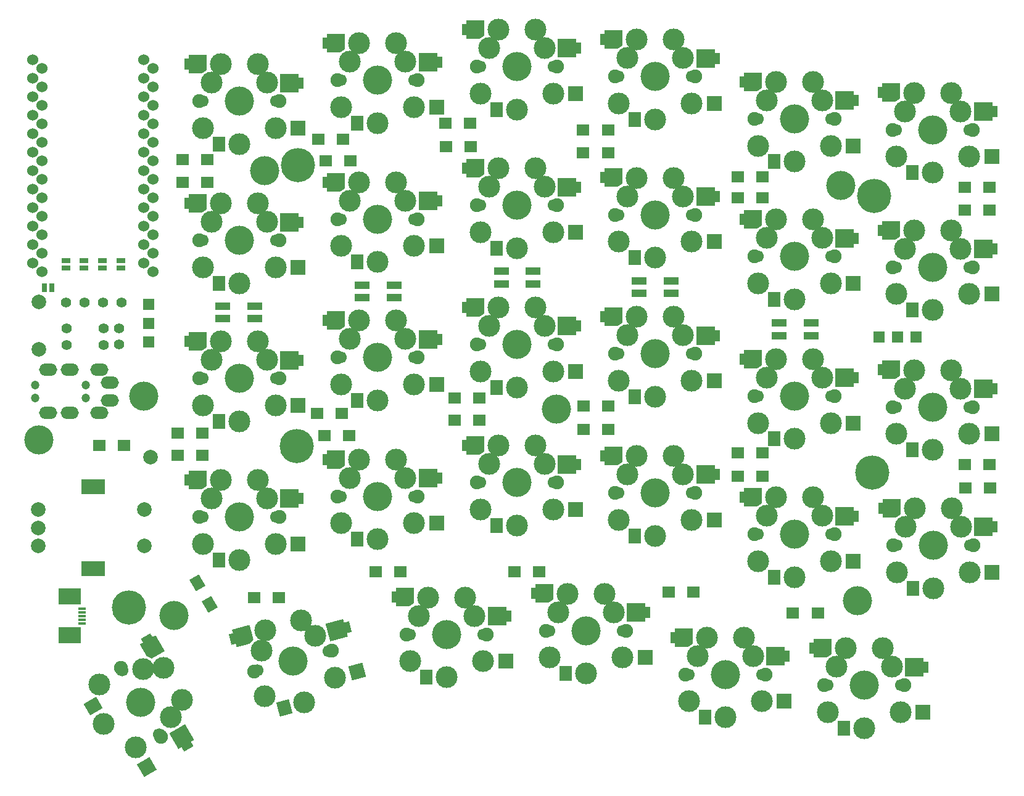
<source format=gbr>
%TF.GenerationSoftware,KiCad,Pcbnew,(5.99.0-9486-g75c525af4f)*%
%TF.CreationDate,2021-09-25T15:51:28+01:00*%
%TF.ProjectId,LimeKeyboard,4c696d65-4b65-4796-926f-6172642e6b69,rev?*%
%TF.SameCoordinates,Original*%
%TF.FileFunction,Soldermask,Top*%
%TF.FilePolarity,Negative*%
%FSLAX46Y46*%
G04 Gerber Fmt 4.6, Leading zero omitted, Abs format (unit mm)*
G04 Created by KiCad (PCBNEW (5.99.0-9486-g75c525af4f)) date 2021-09-25 15:51:28*
%MOMM*%
%LPD*%
G01*
G04 APERTURE LIST*
G04 Aperture macros list*
%AMRotRect*
0 Rectangle, with rotation*
0 The origin of the aperture is its center*
0 $1 length*
0 $2 width*
0 $3 Rotation angle, in degrees counterclockwise*
0 Add horizontal line*
21,1,$1,$2,0,0,$3*%
%AMFreePoly0*
4,1,24,2.735355,1.235355,2.750000,1.200000,2.750000,-0.800000,2.748029,-0.804757,2.749028,-0.809806,2.740927,-0.821903,2.735355,-0.835355,2.730600,-0.837325,2.727735,-0.841603,2.127735,-1.241603,2.113450,-1.244429,2.100000,-1.250000,0.300000,-1.250000,0.264645,-1.235355,0.250000,-1.200000,0.250000,-0.750000,-0.350000,-0.750000,-0.350000,0.750000,0.250000,0.750000,0.250000,1.200000,
0.264645,1.235355,0.300000,1.250000,2.700000,1.250000,2.735355,1.235355,2.735355,1.235355,$1*%
%AMFreePoly1*
4,1,17,-0.364645,1.235355,-0.350000,1.200000,-0.350000,0.750000,0.350000,0.750000,0.350000,-0.750000,-0.350000,-0.750000,-0.350000,-1.200000,-0.364645,-1.235355,-0.400000,-1.250000,-2.800000,-1.250000,-2.835355,-1.235355,-2.850000,-1.200000,-2.850000,1.200000,-2.835355,1.235355,-2.800000,1.250000,-0.400000,1.250000,-0.364645,1.235355,-0.364645,1.235355,$1*%
G04 Aperture macros list end*
%ADD10R,2.000000X1.000000*%
%ADD11R,1.800000X1.500000*%
%ADD12C,3.000000*%
%ADD13C,1.900000*%
%ADD14C,1.700000*%
%ADD15C,4.000000*%
%ADD16FreePoly0,0.000000*%
%ADD17R,2.000000X2.000000*%
%ADD18R,1.800000X2.000000*%
%ADD19FreePoly1,0.000000*%
%ADD20C,4.700000*%
%ADD21C,2.000000*%
%ADD22C,1.397000*%
%ADD23R,0.635000X1.143000*%
%ADD24R,1.143000X0.635000*%
%ADD25RotRect,2.000000X2.000000X120.000000*%
%ADD26FreePoly0,300.000000*%
%ADD27FreePoly1,300.000000*%
%ADD28RotRect,1.800000X2.000000X120.000000*%
%ADD29R,1.524000X1.524000*%
%ADD30RotRect,1.800000X1.500000X300.000000*%
%ADD31C,1.200000*%
%ADD32O,2.500000X1.700000*%
%ADD33C,1.524000*%
%ADD34R,3.200000X2.000000*%
%ADD35RotRect,2.000000X2.000000X195.000000*%
%ADD36FreePoly0,15.000000*%
%ADD37FreePoly1,15.000000*%
%ADD38RotRect,1.800000X2.000000X195.000000*%
%ADD39R,1.100000X0.300000*%
%ADD40R,3.100000X2.300000*%
G04 APERTURE END LIST*
D10*
%TO.C,D35*%
X169281200Y-82726500D03*
X169281200Y-80976500D03*
X164881200Y-80976500D03*
X164881200Y-82726500D03*
%TD*%
D11*
%TO.C,D20*%
X121649300Y-102235600D03*
X125049300Y-102235600D03*
%TD*%
%TO.C,D2*%
X120814400Y-61503900D03*
X124214400Y-61503900D03*
%TD*%
D12*
%TO.C,SW1*%
X112499000Y-51231900D03*
X109959000Y-62211900D03*
D13*
X115459000Y-56311900D03*
D12*
X107419000Y-51231900D03*
X114959000Y-60011900D03*
D14*
X104879000Y-56311900D03*
D12*
X104959000Y-60011900D03*
X113769000Y-53771900D03*
X106149000Y-53771899D03*
D15*
X109959000Y-56311900D03*
D14*
X115039000Y-56311900D03*
D13*
X104459000Y-56311900D03*
D16*
X102759000Y-51211900D03*
D17*
X118059000Y-60011900D03*
D18*
X107159000Y-62211900D03*
D19*
X118459000Y-53811900D03*
%TD*%
D12*
%TO.C,SW24*%
X200209000Y-121011900D03*
X202669000Y-112231900D03*
D13*
X199709000Y-117311900D03*
D12*
X209019000Y-114771900D03*
D14*
X200129000Y-117311900D03*
D13*
X210709000Y-117311900D03*
D12*
X205209000Y-123211900D03*
D15*
X205209000Y-117311900D03*
D12*
X201399000Y-114771899D03*
X207749000Y-112231900D03*
X210209000Y-121011900D03*
D14*
X210289000Y-117311900D03*
D16*
X198009000Y-112211900D03*
D17*
X213309000Y-121011900D03*
D18*
X202409000Y-123211900D03*
D19*
X213709000Y-114811900D03*
%TD*%
D11*
%TO.C,D10*%
X157176200Y-63360900D03*
X160576200Y-63360900D03*
%TD*%
D20*
%TO.C,TH5*%
X117827100Y-103670600D03*
%TD*%
D11*
%TO.C,D26*%
X111990400Y-124510800D03*
X115390400Y-124510800D03*
%TD*%
%TO.C,D14*%
X120649300Y-99235600D03*
X124049300Y-99235600D03*
%TD*%
%TO.C,D4*%
X157176200Y-60260900D03*
X160576200Y-60260900D03*
%TD*%
%TO.C,D13*%
X101473200Y-101880100D03*
X104873200Y-101880100D03*
%TD*%
D12*
%TO.C,SW3*%
X144249000Y-48981899D03*
D13*
X142559000Y-51521900D03*
D12*
X143059000Y-55221900D03*
D13*
X153559000Y-51521900D03*
D12*
X151869000Y-48981900D03*
X145519000Y-46441900D03*
X150599000Y-46441900D03*
X148059000Y-57421900D03*
D15*
X148059000Y-51521900D03*
D14*
X153139000Y-51521900D03*
X142979000Y-51521900D03*
D12*
X153059000Y-55221900D03*
D16*
X140859000Y-46421900D03*
D17*
X156159000Y-55221900D03*
D18*
X145259000Y-57421900D03*
D19*
X156559000Y-49021900D03*
%TD*%
D11*
%TO.C,D1*%
X102159000Y-64311900D03*
X105559000Y-64311900D03*
%TD*%
%TO.C,D7*%
X102159000Y-67411900D03*
X105559000Y-67411900D03*
%TD*%
D21*
%TO.C,RSW1*%
X82461100Y-83873200D03*
X82461100Y-90373200D03*
%TD*%
D22*
%TO.C,R2*%
X86291772Y-87510765D03*
X91371772Y-87510765D03*
%TD*%
D11*
%TO.C,D6*%
X209546300Y-68162700D03*
X212946300Y-68162700D03*
%TD*%
D23*
%TO.C,W1*%
X83230720Y-81889600D03*
X84231480Y-81889600D03*
%TD*%
D11*
%TO.C,D5*%
X178397100Y-66699200D03*
X181797100Y-66699200D03*
%TD*%
%TO.C,D3*%
X138239700Y-59318100D03*
X141639700Y-59318100D03*
%TD*%
D24*
%TO.C,JP4*%
X86146300Y-79185680D03*
X86146300Y-78184920D03*
%TD*%
D11*
%TO.C,D12*%
X209546300Y-71262700D03*
X212946300Y-71262700D03*
%TD*%
%TO.C,D9*%
X138339700Y-62518100D03*
X141739700Y-62518100D03*
%TD*%
%TO.C,D11*%
X178397100Y-69599200D03*
X181797100Y-69599200D03*
%TD*%
D15*
%TO.C,TH5*%
X192519300Y-67881500D03*
%TD*%
%TO.C,TH7*%
X153530300Y-98640900D03*
%TD*%
%TO.C,TH3*%
X100990400Y-126949200D03*
%TD*%
D10*
%TO.C,D36*%
X188445500Y-88492300D03*
X188445500Y-86742300D03*
X184045500Y-86742300D03*
X184045500Y-88492300D03*
%TD*%
D15*
%TO.C,TH6*%
X113474500Y-65849500D03*
%TD*%
D13*
%TO.C,SW25*%
X99189000Y-143655040D03*
D14*
X98979000Y-143291309D03*
D12*
X95734706Y-145072027D03*
X100543705Y-140921457D03*
X99568409Y-134152195D03*
D13*
X93689000Y-134128760D03*
D12*
X91329450Y-141841900D03*
X96733705Y-134322343D03*
D15*
X96439000Y-138891900D03*
D14*
X93899000Y-134492491D03*
D12*
X102108409Y-138551605D03*
X90734706Y-136411773D03*
D25*
X97284706Y-147756706D03*
D26*
X97255730Y-130106517D03*
D27*
X102854064Y-145003116D03*
D28*
X89929450Y-139417029D03*
%TD*%
D15*
%TO.C,TH4*%
X194856100Y-124968000D03*
%TD*%
D29*
%TO.C,LED*%
X97548700Y-89355300D03*
X97548700Y-86855300D03*
X97548700Y-84255300D03*
%TD*%
%TO.C,LED*%
X202844400Y-88734900D03*
X200344400Y-88734900D03*
X197744400Y-88734900D03*
%TD*%
D15*
%TO.C,TH1*%
X82473800Y-102831900D03*
%TD*%
D11*
%TO.C,D27*%
X128715900Y-120918100D03*
X132115900Y-120918100D03*
%TD*%
%TO.C,D15*%
X139484300Y-97062500D03*
X142884300Y-97062500D03*
%TD*%
%TO.C,D31*%
X90750000Y-103575000D03*
X94150000Y-103575000D03*
%TD*%
D30*
%TO.C,D25*%
X104190800Y-122516900D03*
X105890800Y-125461386D03*
%TD*%
D15*
%TO.C,TH2*%
X96824800Y-96824800D03*
%TD*%
D11*
%TO.C,D22*%
X157214300Y-101410100D03*
X160614300Y-101410100D03*
%TD*%
%TO.C,D16*%
X157214300Y-98210100D03*
X160614300Y-98210100D03*
%TD*%
%TO.C,D18*%
X209546300Y-106262700D03*
X212946300Y-106262700D03*
%TD*%
D12*
%TO.C,SW29*%
X181659000Y-138777200D03*
X172849000Y-132537199D03*
X179199000Y-129997200D03*
D15*
X176659000Y-135077200D03*
D14*
X181739000Y-135077200D03*
D12*
X180469000Y-132537200D03*
X176659000Y-140977200D03*
X171659000Y-138777200D03*
D14*
X171579000Y-135077200D03*
D13*
X182159000Y-135077200D03*
X171159000Y-135077200D03*
D12*
X174119000Y-129997200D03*
D16*
X169459000Y-129977200D03*
D17*
X184759000Y-138777200D03*
D19*
X185159000Y-132577200D03*
D18*
X173859000Y-140977200D03*
%TD*%
D11*
%TO.C,D28*%
X147739700Y-120918100D03*
X151139700Y-120918100D03*
%TD*%
%TO.C,D24*%
X209646300Y-109462700D03*
X213046300Y-109462700D03*
%TD*%
%TO.C,D17*%
X178397100Y-104599200D03*
X181797100Y-104599200D03*
%TD*%
%TO.C,D23*%
X178397100Y-107799200D03*
X181797100Y-107799200D03*
%TD*%
D14*
%TO.C,SW30*%
X200789000Y-136577200D03*
D15*
X195709000Y-136577200D03*
D12*
X195709000Y-142477200D03*
X199519000Y-134037200D03*
X193169000Y-131497200D03*
X198249000Y-131497200D03*
X191899000Y-134037199D03*
D14*
X190629000Y-136577200D03*
D12*
X190709000Y-140277200D03*
D13*
X190209000Y-136577200D03*
D12*
X200709000Y-140277200D03*
D13*
X201209000Y-136577200D03*
D16*
X188509000Y-131477200D03*
D17*
X203809000Y-140277200D03*
D18*
X192909000Y-142477200D03*
D19*
X204209000Y-134077200D03*
%TD*%
D11*
%TO.C,D21*%
X139484300Y-100162500D03*
X142884300Y-100162500D03*
%TD*%
D22*
%TO.C,J3*%
X86146300Y-83985300D03*
X88686300Y-83985300D03*
X91226300Y-83985300D03*
X93766300Y-83985300D03*
%TD*%
D11*
%TO.C,D19*%
X101473200Y-104980100D03*
X104873200Y-104980100D03*
%TD*%
D14*
%TO.C,SW21*%
X153139000Y-108711900D03*
D12*
X150599000Y-103631900D03*
X148059000Y-114611900D03*
X143059000Y-112411900D03*
D14*
X142979000Y-108711900D03*
D12*
X144249000Y-106171899D03*
X151869000Y-106171900D03*
D13*
X153559000Y-108711900D03*
D15*
X148059000Y-108711900D03*
D12*
X153059000Y-112411900D03*
D13*
X142559000Y-108711900D03*
D12*
X145519000Y-103631900D03*
D17*
X156159000Y-112411900D03*
D16*
X140859000Y-103611900D03*
D19*
X156559000Y-106211900D03*
D18*
X145259000Y-114611900D03*
%TD*%
D12*
%TO.C,SW20*%
X123959000Y-114311900D03*
X131499000Y-105531900D03*
X133959000Y-114311900D03*
X128959000Y-116511900D03*
X125149000Y-108071899D03*
D14*
X134039000Y-110611900D03*
D13*
X134459000Y-110611900D03*
X123459000Y-110611900D03*
D14*
X123879000Y-110611900D03*
D15*
X128959000Y-110611900D03*
D12*
X132769000Y-108071900D03*
X126419000Y-105531900D03*
D16*
X121759000Y-105511900D03*
D17*
X137059000Y-114311900D03*
D19*
X137459000Y-108111900D03*
D18*
X126159000Y-116511900D03*
%TD*%
D12*
%TO.C,SW23*%
X188699000Y-110731900D03*
D15*
X186159000Y-115811900D03*
D13*
X191659000Y-115811900D03*
D14*
X181079000Y-115811900D03*
D12*
X189969000Y-113271900D03*
X186159000Y-121711900D03*
X182349000Y-113271899D03*
D14*
X191239000Y-115811900D03*
D13*
X180659000Y-115811900D03*
D12*
X183619000Y-110731900D03*
X191159000Y-119511900D03*
X181159000Y-119511900D03*
D17*
X194259000Y-119511900D03*
D16*
X178959000Y-110711900D03*
D19*
X194659000Y-113311900D03*
D18*
X183359000Y-121711900D03*
%TD*%
D12*
%TO.C,SW27*%
X138459000Y-135461900D03*
D15*
X138459000Y-129561900D03*
D14*
X133379000Y-129561900D03*
D12*
X134649000Y-127021899D03*
D13*
X132959000Y-129561900D03*
D12*
X143459000Y-133261900D03*
D13*
X143959000Y-129561900D03*
D12*
X140999000Y-124481900D03*
X135919000Y-124481900D03*
D14*
X143539000Y-129561900D03*
D12*
X133459000Y-133261900D03*
X142269000Y-127021900D03*
D16*
X131259000Y-124461900D03*
D17*
X146559000Y-133261900D03*
D19*
X146959000Y-127061900D03*
D18*
X135659000Y-135461900D03*
%TD*%
D12*
%TO.C,SW17*%
X191159000Y-100511900D03*
X182349000Y-94271899D03*
X188699000Y-91731900D03*
X181159000Y-100511900D03*
X186159000Y-102711900D03*
D13*
X191659000Y-96811900D03*
D12*
X189969000Y-94271900D03*
D14*
X181079000Y-96811900D03*
D12*
X183619000Y-91731900D03*
D13*
X180659000Y-96811900D03*
D14*
X191239000Y-96811900D03*
D15*
X186159000Y-96811900D03*
D17*
X194259000Y-100511900D03*
D16*
X178959000Y-91711900D03*
D19*
X194659000Y-94311900D03*
D18*
X183359000Y-102711900D03*
%TD*%
D12*
%TO.C,SW15*%
X150599000Y-84631900D03*
X153059000Y-93411900D03*
X144249000Y-87171899D03*
X143059000Y-93411900D03*
X151869000Y-87171900D03*
X148059000Y-95611900D03*
X145519000Y-84631900D03*
D14*
X153139000Y-89711900D03*
D15*
X148059000Y-89711900D03*
D14*
X142979000Y-89711900D03*
D13*
X142559000Y-89711900D03*
X153559000Y-89711900D03*
D16*
X140859000Y-84611900D03*
D17*
X156159000Y-93411900D03*
D18*
X145259000Y-95611900D03*
D19*
X156559000Y-87211900D03*
%TD*%
D12*
%TO.C,SW14*%
X128959000Y-97411900D03*
D15*
X128959000Y-91511900D03*
D14*
X134039000Y-91511900D03*
D13*
X123459000Y-91511900D03*
D12*
X125149000Y-88971899D03*
D14*
X123879000Y-91511900D03*
D12*
X132769000Y-88971900D03*
X133959000Y-95211900D03*
X131499000Y-86431900D03*
X126419000Y-86431900D03*
X123959000Y-95211900D03*
D13*
X134459000Y-91511900D03*
D16*
X121759000Y-86411900D03*
D17*
X137059000Y-95211900D03*
D18*
X126159000Y-97411900D03*
D19*
X137459000Y-89011900D03*
%TD*%
D31*
%TO.C,J2*%
X81918100Y-95302000D03*
X81918100Y-97052000D03*
X88918100Y-97052000D03*
X88918100Y-95302000D03*
D32*
X90718100Y-99152000D03*
X90718100Y-93202000D03*
X86718100Y-93202000D03*
X86718100Y-99152000D03*
X83718100Y-99152000D03*
X83718100Y-93202000D03*
X92218100Y-94952000D03*
X92218100Y-97402000D03*
%TD*%
D33*
%TO.C,U1*%
X98165115Y-51811045D03*
X81626300Y-50615300D03*
X98165115Y-54351045D03*
X81626300Y-53155300D03*
X81626300Y-55695300D03*
X98165115Y-56891045D03*
X81626300Y-58235300D03*
X98165115Y-59431045D03*
X98165115Y-61971045D03*
X81626300Y-60775300D03*
X98165115Y-64511045D03*
X81626300Y-63315300D03*
X98165115Y-67051045D03*
X81626300Y-65855300D03*
X81626300Y-68395300D03*
X98165115Y-69591045D03*
X98165115Y-72131045D03*
X81626300Y-70935300D03*
X98165115Y-74671045D03*
X81626300Y-73475300D03*
X98165115Y-77211045D03*
X81626300Y-76015300D03*
X98165115Y-79751045D03*
X81626300Y-78555300D03*
X96866300Y-78555300D03*
X82925115Y-79751045D03*
X82925115Y-77211045D03*
X96866300Y-76015300D03*
X82925115Y-74671045D03*
X96866300Y-73475300D03*
X82925115Y-72131045D03*
X96866300Y-70935300D03*
X96866300Y-68395300D03*
X82925115Y-69591045D03*
X82925115Y-67051045D03*
X96866300Y-65855300D03*
X82925115Y-64511045D03*
X96866300Y-63315300D03*
X96866300Y-60775300D03*
X82925115Y-61971045D03*
X82925115Y-59431045D03*
X96866300Y-58235300D03*
X96866300Y-55695300D03*
X82925115Y-56891045D03*
X82925115Y-54351045D03*
X96866300Y-53155300D03*
X96866300Y-50615300D03*
X82925115Y-51811045D03*
%TD*%
D15*
%TO.C,SW16*%
X167059000Y-91011900D03*
D12*
X172059000Y-94711900D03*
D14*
X172139000Y-91011900D03*
D12*
X164519000Y-85931900D03*
X170869000Y-88471900D03*
D14*
X161979000Y-91011900D03*
D13*
X172559000Y-91011900D03*
D12*
X169599000Y-85931900D03*
X162059000Y-94711900D03*
X163249000Y-88471899D03*
X167059000Y-96911900D03*
D13*
X161559000Y-91011900D03*
D17*
X175159000Y-94711900D03*
D16*
X159859000Y-85911900D03*
D19*
X175559000Y-88511900D03*
D18*
X164259000Y-96911900D03*
%TD*%
D15*
%TO.C,SW28*%
X157559000Y-129061900D03*
D12*
X160099000Y-123981900D03*
X162559000Y-132761900D03*
X152559000Y-132761900D03*
X157559000Y-134961900D03*
X153749000Y-126521899D03*
D13*
X152059000Y-129061900D03*
D14*
X162639000Y-129061900D03*
D12*
X155019000Y-123981900D03*
X161369000Y-126521900D03*
D14*
X152479000Y-129061900D03*
D13*
X163059000Y-129061900D03*
D16*
X150359000Y-123961900D03*
D17*
X165659000Y-132761900D03*
D19*
X166059000Y-126561900D03*
D18*
X154759000Y-134961900D03*
%TD*%
D14*
%TO.C,SW19*%
X115039000Y-113411900D03*
D13*
X115459000Y-113411900D03*
D12*
X109959000Y-119311900D03*
X113769000Y-110871900D03*
X107419000Y-108331900D03*
D14*
X104879000Y-113411900D03*
D12*
X106149000Y-110871899D03*
X104959000Y-117111900D03*
X112499000Y-108331900D03*
D15*
X109959000Y-113411900D03*
D12*
X114959000Y-117111900D03*
D13*
X104459000Y-113411900D03*
D16*
X102759000Y-108311900D03*
D17*
X118059000Y-117111900D03*
D18*
X107159000Y-119311900D03*
D19*
X118459000Y-110911900D03*
%TD*%
D21*
%TO.C,SW31*%
X82416000Y-112409600D03*
X82416000Y-117409600D03*
X82416000Y-114909600D03*
D34*
X89916000Y-109309600D03*
X89916000Y-120509600D03*
D21*
X96916000Y-117409600D03*
X96916000Y-112409600D03*
%TD*%
D14*
%TO.C,SW22*%
X161979000Y-110111900D03*
D12*
X170869000Y-107571900D03*
X164519000Y-105031900D03*
X167059000Y-116011900D03*
X172059000Y-113811900D03*
D15*
X167059000Y-110111900D03*
D12*
X169599000Y-105031900D03*
X162059000Y-113811900D03*
D13*
X161559000Y-110111900D03*
D14*
X172139000Y-110111900D03*
D13*
X172559000Y-110111900D03*
D12*
X163249000Y-107571899D03*
D16*
X159859000Y-105011900D03*
D17*
X175159000Y-113811900D03*
D18*
X164259000Y-116011900D03*
D19*
X175559000Y-107611900D03*
%TD*%
D12*
%TO.C,SW26*%
X118477651Y-127667596D03*
D13*
X122651592Y-131808395D03*
D15*
X117339000Y-133231900D03*
D13*
X112026408Y-134655405D03*
D14*
X112432097Y-134546701D03*
D12*
X113570748Y-128982397D03*
D14*
X122245903Y-131917099D03*
D12*
X113001422Y-131764548D03*
X118866032Y-138930862D03*
X113467001Y-138099921D03*
X123126260Y-135511730D03*
X120361777Y-129792348D03*
D35*
X126120630Y-134709391D03*
D36*
X109064357Y-130169175D03*
D37*
X124902322Y-128617124D03*
D38*
X116161440Y-139655556D03*
%TD*%
D12*
%TO.C,SW18*%
X205159000Y-104211900D03*
X208969000Y-95771900D03*
X202619000Y-93231900D03*
X201349000Y-95771899D03*
D13*
X210659000Y-98311900D03*
D12*
X207699000Y-93231900D03*
X200159000Y-102011900D03*
D13*
X199659000Y-98311900D03*
D14*
X210239000Y-98311900D03*
D15*
X205159000Y-98311900D03*
D12*
X210159000Y-102011900D03*
D14*
X200079000Y-98311900D03*
D16*
X197959000Y-93211900D03*
D17*
X213259000Y-102011900D03*
D19*
X213659000Y-95811900D03*
D18*
X202359000Y-104211900D03*
%TD*%
D20*
%TO.C,TH4*%
X197142100Y-69329300D03*
%TD*%
%TO.C,TH7*%
X94800000Y-125875000D03*
%TD*%
D10*
%TO.C,D33*%
X131244700Y-83298000D03*
X131244700Y-81548000D03*
X126844700Y-81548000D03*
X126844700Y-83298000D03*
%TD*%
D20*
%TO.C,TH3*%
X118055700Y-65048300D03*
%TD*%
D10*
%TO.C,D32*%
X112133600Y-86194100D03*
X112133600Y-84444100D03*
X107733600Y-84444100D03*
X107733600Y-86194100D03*
%TD*%
D11*
%TO.C,D29*%
X168913600Y-123710700D03*
X172313600Y-123710700D03*
%TD*%
%TO.C,D8*%
X121814400Y-64503900D03*
X125214400Y-64503900D03*
%TD*%
%TO.C,D30*%
X185954800Y-126607700D03*
X189354800Y-126607700D03*
%TD*%
D10*
%TO.C,D34*%
X150320100Y-81380300D03*
X150320100Y-79630300D03*
X145920100Y-79630300D03*
X145920100Y-81380300D03*
%TD*%
D24*
%TO.C,JP3*%
X88646300Y-79185680D03*
X88646300Y-78184920D03*
%TD*%
D14*
%TO.C,SW12*%
X210239000Y-79111900D03*
D12*
X210159000Y-82811900D03*
D15*
X205159000Y-79111900D03*
D13*
X199659000Y-79111900D03*
D12*
X201349000Y-76571899D03*
D14*
X200079000Y-79111900D03*
D12*
X208969000Y-76571900D03*
X200159000Y-82811900D03*
D13*
X210659000Y-79111900D03*
D12*
X202619000Y-74031900D03*
X207699000Y-74031900D03*
X205159000Y-85011900D03*
D16*
X197959000Y-74011900D03*
D17*
X213259000Y-82811900D03*
D19*
X213659000Y-76611900D03*
D18*
X202359000Y-85011900D03*
%TD*%
D22*
%TO.C,R1*%
X86291772Y-89760765D03*
X91371772Y-89760765D03*
%TD*%
D12*
%TO.C,SW8*%
X126419000Y-67431900D03*
X133959000Y-76211900D03*
D14*
X123879000Y-72511900D03*
D12*
X132769000Y-69971900D03*
X131499000Y-67431900D03*
X125149000Y-69971899D03*
D15*
X128959000Y-72511900D03*
D12*
X128959000Y-78411900D03*
X123959000Y-76211900D03*
D14*
X134039000Y-72511900D03*
D13*
X123459000Y-72511900D03*
X134459000Y-72511900D03*
D17*
X137059000Y-76211900D03*
D16*
X121759000Y-67411900D03*
D19*
X137459000Y-70011900D03*
D18*
X126159000Y-78411900D03*
%TD*%
D12*
%TO.C,SW5*%
X181159000Y-62411900D03*
D15*
X186159000Y-58711900D03*
D12*
X182349000Y-56171899D03*
X183619000Y-53631900D03*
X188699000Y-53631900D03*
D14*
X191239000Y-58711900D03*
D12*
X186159000Y-64611900D03*
D14*
X181079000Y-58711900D03*
D12*
X189969000Y-56171900D03*
D13*
X180659000Y-58711900D03*
X191659000Y-58711900D03*
D12*
X191159000Y-62411900D03*
D17*
X194259000Y-62411900D03*
D16*
X178959000Y-53611900D03*
D19*
X194659000Y-56211900D03*
D18*
X183359000Y-64611900D03*
%TD*%
D13*
%TO.C,SW10*%
X172559000Y-71911900D03*
D14*
X172139000Y-71911900D03*
D12*
X163249000Y-69371899D03*
D14*
X161979000Y-71911900D03*
D12*
X170869000Y-69371900D03*
X172059000Y-75611900D03*
X164519000Y-66831900D03*
D13*
X161559000Y-71911900D03*
D12*
X162059000Y-75611900D03*
X167059000Y-77811900D03*
D15*
X167059000Y-71911900D03*
D12*
X169599000Y-66831900D03*
D17*
X175159000Y-75611900D03*
D16*
X159859000Y-66811900D03*
D18*
X164259000Y-77811900D03*
D19*
X175559000Y-69411900D03*
%TD*%
D24*
%TO.C,JP1*%
X93746300Y-79185680D03*
X93746300Y-78184920D03*
%TD*%
D14*
%TO.C,SW7*%
X104879000Y-75411900D03*
D12*
X112499000Y-70331900D03*
X107419000Y-70331900D03*
X109959000Y-81311900D03*
X104959000Y-79111900D03*
X114959000Y-79111900D03*
D14*
X115039000Y-75411900D03*
D12*
X106149000Y-72871899D03*
D15*
X109959000Y-75411900D03*
D13*
X104459000Y-75411900D03*
X115459000Y-75411900D03*
D12*
X113769000Y-72871900D03*
D17*
X118059000Y-79111900D03*
D16*
X102759000Y-70311900D03*
D18*
X107159000Y-81311900D03*
D19*
X118459000Y-72911900D03*
%TD*%
D12*
%TO.C,SW9*%
X148059000Y-76511900D03*
X145519000Y-65531900D03*
D14*
X153139000Y-70611900D03*
D15*
X148059000Y-70611900D03*
D12*
X150599000Y-65531900D03*
D13*
X142559000Y-70611900D03*
D12*
X143059000Y-74311900D03*
X153059000Y-74311900D03*
D13*
X153559000Y-70611900D03*
D14*
X142979000Y-70611900D03*
D12*
X151869000Y-68071900D03*
X144249000Y-68071899D03*
D16*
X140859000Y-65511900D03*
D17*
X156159000Y-74311900D03*
D19*
X156559000Y-68111900D03*
D18*
X145259000Y-76511900D03*
%TD*%
D15*
%TO.C,SW6*%
X205159000Y-60211900D03*
D12*
X202619000Y-55131900D03*
X201349000Y-57671899D03*
X205159000Y-66111900D03*
X207699000Y-55131900D03*
X208969000Y-57671900D03*
D14*
X200079000Y-60211900D03*
X210239000Y-60211900D03*
D13*
X199659000Y-60211900D03*
D12*
X210159000Y-63911900D03*
D13*
X210659000Y-60211900D03*
D12*
X200159000Y-63911900D03*
D17*
X213259000Y-63911900D03*
D16*
X197959000Y-55111900D03*
D19*
X213659000Y-57711900D03*
D18*
X202359000Y-66111900D03*
%TD*%
D13*
%TO.C,SW4*%
X172559000Y-52911900D03*
D12*
X162059000Y-56611900D03*
D13*
X161559000Y-52911900D03*
D15*
X167059000Y-52911900D03*
D12*
X172059000Y-56611900D03*
X167059000Y-58811900D03*
D14*
X161979000Y-52911900D03*
D12*
X170869000Y-50371900D03*
X164519000Y-47831900D03*
X169599000Y-47831900D03*
X163249000Y-50371899D03*
D14*
X172139000Y-52911900D03*
D17*
X175159000Y-56611900D03*
D16*
X159859000Y-47811900D03*
D18*
X164259000Y-58811900D03*
D19*
X175559000Y-50411900D03*
%TD*%
D22*
%TO.C,P2*%
X93492500Y-87548800D03*
%TD*%
D24*
%TO.C,JP2*%
X91146300Y-79185680D03*
X91146300Y-78184920D03*
%TD*%
D20*
%TO.C,TH6*%
X196846500Y-107366000D03*
%TD*%
D12*
%TO.C,SW11*%
X182349000Y-75071899D03*
D13*
X191659000Y-77611900D03*
D14*
X181079000Y-77611900D03*
D12*
X183619000Y-72531900D03*
X186159000Y-83511900D03*
X189969000Y-75071900D03*
X181159000Y-81311900D03*
D15*
X186159000Y-77611900D03*
D14*
X191239000Y-77611900D03*
D12*
X188699000Y-72531900D03*
D13*
X180659000Y-77611900D03*
D12*
X191159000Y-81311900D03*
D17*
X194259000Y-81311900D03*
D16*
X178959000Y-72511900D03*
D18*
X183359000Y-83511900D03*
D19*
X194659000Y-75111900D03*
%TD*%
D12*
%TO.C,SW2*%
X123959000Y-57111900D03*
D13*
X134459000Y-53411900D03*
X123459000Y-53411900D03*
D14*
X134039000Y-53411900D03*
D12*
X125149000Y-50871899D03*
X132769000Y-50871900D03*
X131499000Y-48331900D03*
D15*
X128959000Y-53411900D03*
D14*
X123879000Y-53411900D03*
D12*
X133959000Y-57111900D03*
X128959000Y-59311900D03*
X126419000Y-48331900D03*
D17*
X137059000Y-57111900D03*
D16*
X121759000Y-48311900D03*
D18*
X126159000Y-59311900D03*
D19*
X137459000Y-50911900D03*
%TD*%
D13*
%TO.C,SW13*%
X115459000Y-94411900D03*
D12*
X112499000Y-89331900D03*
X114959000Y-98111900D03*
D15*
X109959000Y-94411900D03*
D14*
X115039000Y-94411900D03*
D12*
X109959000Y-100311900D03*
X107419000Y-89331900D03*
X113769000Y-91871900D03*
D13*
X104459000Y-94411900D03*
D14*
X104879000Y-94411900D03*
D12*
X104959000Y-98111900D03*
X106149000Y-91871899D03*
D16*
X102759000Y-89311900D03*
D17*
X118059000Y-98111900D03*
D18*
X107159000Y-100311900D03*
D19*
X118459000Y-91911900D03*
%TD*%
D22*
%TO.C,P1*%
X93492500Y-89748800D03*
%TD*%
D39*
%TO.C,JOYSTICK*%
X88425000Y-126045000D03*
X88425000Y-126545000D03*
X88425000Y-127045000D03*
X88425000Y-127545000D03*
X88425000Y-128045000D03*
D40*
X86725000Y-129715000D03*
X86725000Y-124375000D03*
%TD*%
D21*
%TO.C,*%
X97775000Y-105175000D03*
%TD*%
M02*

</source>
